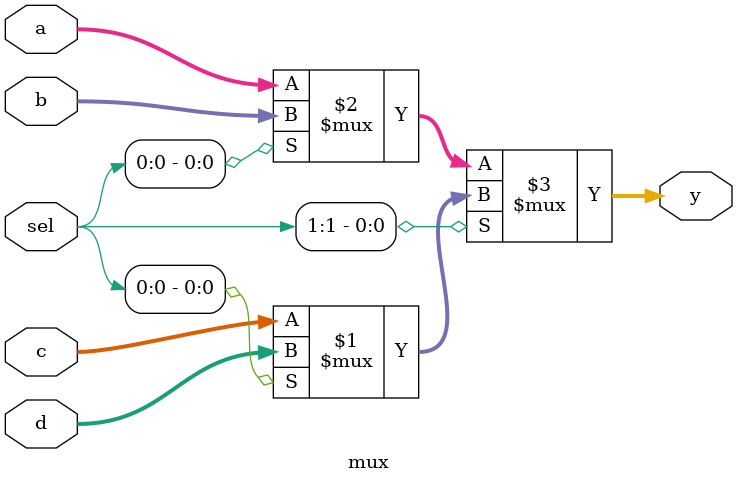
<source format=sv>
module mux(
  input [3:0]a,b,c,d,
  input[1:0]sel,
  output [3:0]y
);
  assign y=sel[1]?(sel[0]?d:c):(sel[0]?b:a);
endmodule
</source>
